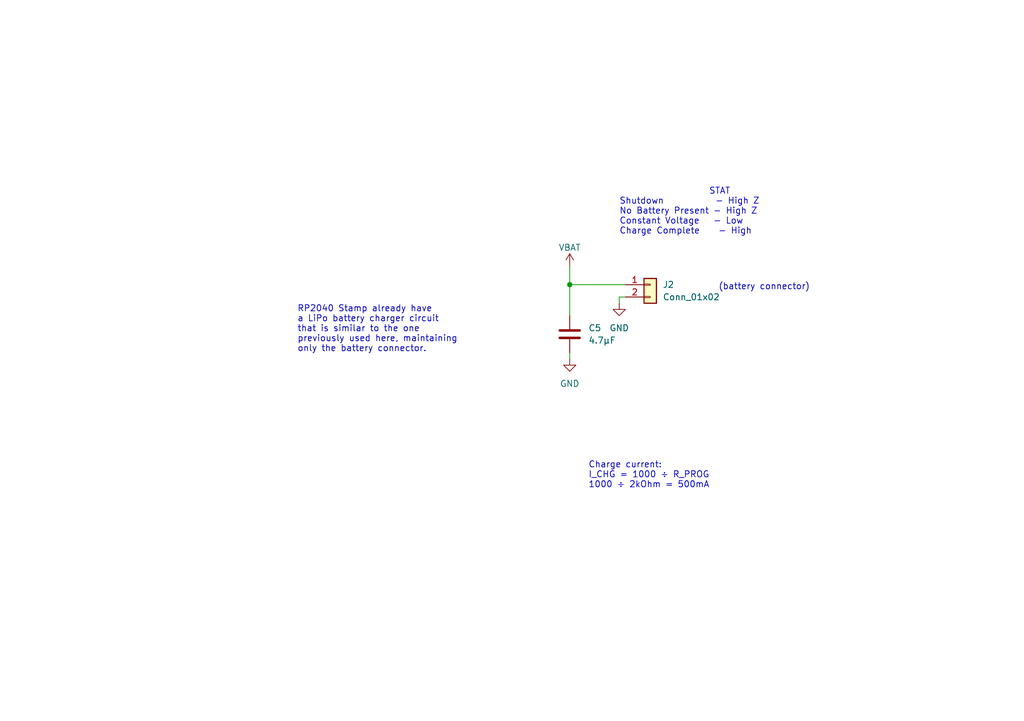
<source format=kicad_sch>
(kicad_sch (version 20230121) (generator eeschema)

  (uuid 70cf516d-f5c2-4d8c-b8e5-45eeb65b0f73)

  (paper "A5")

  (title_block
    (title "Open Source Machinist Calculator")
    (rev "Draft")
  )

  (lib_symbols
    (symbol "Connector_Generic:Conn_01x02" (pin_names (offset 1.016) hide) (in_bom yes) (on_board yes)
      (property "Reference" "J" (at 0 2.54 0)
        (effects (font (size 1.27 1.27)))
      )
      (property "Value" "Conn_01x02" (at 0 -5.08 0)
        (effects (font (size 1.27 1.27)))
      )
      (property "Footprint" "" (at 0 0 0)
        (effects (font (size 1.27 1.27)) hide)
      )
      (property "Datasheet" "~" (at 0 0 0)
        (effects (font (size 1.27 1.27)) hide)
      )
      (property "ki_keywords" "connector" (at 0 0 0)
        (effects (font (size 1.27 1.27)) hide)
      )
      (property "ki_description" "Generic connector, single row, 01x02, script generated (kicad-library-utils/schlib/autogen/connector/)" (at 0 0 0)
        (effects (font (size 1.27 1.27)) hide)
      )
      (property "ki_fp_filters" "Connector*:*_1x??_*" (at 0 0 0)
        (effects (font (size 1.27 1.27)) hide)
      )
      (symbol "Conn_01x02_1_1"
        (rectangle (start -1.27 -2.413) (end 0 -2.667)
          (stroke (width 0.1524) (type default))
          (fill (type none))
        )
        (rectangle (start -1.27 0.127) (end 0 -0.127)
          (stroke (width 0.1524) (type default))
          (fill (type none))
        )
        (rectangle (start -1.27 1.27) (end 1.27 -3.81)
          (stroke (width 0.254) (type default))
          (fill (type background))
        )
        (pin passive line (at -5.08 0 0) (length 3.81)
          (name "Pin_1" (effects (font (size 1.27 1.27))))
          (number "1" (effects (font (size 1.27 1.27))))
        )
        (pin passive line (at -5.08 -2.54 0) (length 3.81)
          (name "Pin_2" (effects (font (size 1.27 1.27))))
          (number "2" (effects (font (size 1.27 1.27))))
        )
      )
    )
    (symbol "Device:C" (pin_numbers hide) (pin_names (offset 0.254)) (in_bom yes) (on_board yes)
      (property "Reference" "C" (at 0.635 2.54 0)
        (effects (font (size 1.27 1.27)) (justify left))
      )
      (property "Value" "C" (at 0.635 -2.54 0)
        (effects (font (size 1.27 1.27)) (justify left))
      )
      (property "Footprint" "" (at 0.9652 -3.81 0)
        (effects (font (size 1.27 1.27)) hide)
      )
      (property "Datasheet" "~" (at 0 0 0)
        (effects (font (size 1.27 1.27)) hide)
      )
      (property "ki_keywords" "cap capacitor" (at 0 0 0)
        (effects (font (size 1.27 1.27)) hide)
      )
      (property "ki_description" "Unpolarized capacitor" (at 0 0 0)
        (effects (font (size 1.27 1.27)) hide)
      )
      (property "ki_fp_filters" "C_*" (at 0 0 0)
        (effects (font (size 1.27 1.27)) hide)
      )
      (symbol "C_0_1"
        (polyline
          (pts
            (xy -2.032 -0.762)
            (xy 2.032 -0.762)
          )
          (stroke (width 0.508) (type default))
          (fill (type none))
        )
        (polyline
          (pts
            (xy -2.032 0.762)
            (xy 2.032 0.762)
          )
          (stroke (width 0.508) (type default))
          (fill (type none))
        )
      )
      (symbol "C_1_1"
        (pin passive line (at 0 3.81 270) (length 2.794)
          (name "~" (effects (font (size 1.27 1.27))))
          (number "1" (effects (font (size 1.27 1.27))))
        )
        (pin passive line (at 0 -3.81 90) (length 2.794)
          (name "~" (effects (font (size 1.27 1.27))))
          (number "2" (effects (font (size 1.27 1.27))))
        )
      )
    )
    (symbol "power:GND" (power) (pin_names (offset 0)) (in_bom yes) (on_board yes)
      (property "Reference" "#PWR" (at 0 -6.35 0)
        (effects (font (size 1.27 1.27)) hide)
      )
      (property "Value" "GND" (at 0 -3.81 0)
        (effects (font (size 1.27 1.27)))
      )
      (property "Footprint" "" (at 0 0 0)
        (effects (font (size 1.27 1.27)) hide)
      )
      (property "Datasheet" "" (at 0 0 0)
        (effects (font (size 1.27 1.27)) hide)
      )
      (property "ki_keywords" "global power" (at 0 0 0)
        (effects (font (size 1.27 1.27)) hide)
      )
      (property "ki_description" "Power symbol creates a global label with name \"GND\" , ground" (at 0 0 0)
        (effects (font (size 1.27 1.27)) hide)
      )
      (symbol "GND_0_1"
        (polyline
          (pts
            (xy 0 0)
            (xy 0 -1.27)
            (xy 1.27 -1.27)
            (xy 0 -2.54)
            (xy -1.27 -1.27)
            (xy 0 -1.27)
          )
          (stroke (width 0) (type default))
          (fill (type none))
        )
      )
      (symbol "GND_1_1"
        (pin power_in line (at 0 0 270) (length 0) hide
          (name "GND" (effects (font (size 1.27 1.27))))
          (number "1" (effects (font (size 1.27 1.27))))
        )
      )
    )
    (symbol "power_extra:VBAT" (power) (pin_names (offset 0)) (in_bom yes) (on_board yes)
      (property "Reference" "#PWR" (at 0 -3.81 0)
        (effects (font (size 1.27 1.27)) hide)
      )
      (property "Value" "VBAT" (at 0 3.556 0)
        (effects (font (size 1.27 1.27)))
      )
      (property "Footprint" "" (at 0 0 0)
        (effects (font (size 1.27 1.27)) hide)
      )
      (property "Datasheet" "" (at 0 0 0)
        (effects (font (size 1.27 1.27)) hide)
      )
      (symbol "VBAT_0_1"
        (polyline
          (pts
            (xy -0.762 1.27)
            (xy 0 2.54)
          )
          (stroke (width 0) (type default))
          (fill (type none))
        )
        (polyline
          (pts
            (xy 0 0)
            (xy 0 2.54)
          )
          (stroke (width 0) (type default))
          (fill (type none))
        )
        (polyline
          (pts
            (xy 0 2.54)
            (xy 0.762 1.27)
          )
          (stroke (width 0) (type default))
          (fill (type none))
        )
      )
      (symbol "VBAT_1_1"
        (pin power_in line (at 0 0 90) (length 0) hide
          (name "VBAT" (effects (font (size 1.27 1.27))))
          (number "1" (effects (font (size 1.27 1.27))))
        )
      )
    )
  )

  (junction (at 116.84 58.42) (diameter 0) (color 0 0 0 0)
    (uuid 23cfcd80-ff1f-4078-bd1d-723d2cc519cf)
  )

  (wire (pts (xy 116.84 58.42) (xy 116.84 64.77))
    (stroke (width 0) (type default))
    (uuid 298538ac-f654-4cfd-a17e-160a24710844)
  )
  (wire (pts (xy 116.84 72.39) (xy 116.84 73.66))
    (stroke (width 0) (type default))
    (uuid 69a24aa3-a0dd-4bf2-9535-a962f654219b)
  )
  (wire (pts (xy 128.27 60.96) (xy 127 60.96))
    (stroke (width 0) (type default))
    (uuid 914a6253-0c40-400d-bd44-3bc0c1ac6380)
  )
  (wire (pts (xy 127 60.96) (xy 127 62.23))
    (stroke (width 0) (type default))
    (uuid 984c6a05-83b2-457a-8534-40eec1bb1784)
  )
  (wire (pts (xy 116.84 54.61) (xy 116.84 58.42))
    (stroke (width 0) (type default))
    (uuid d42eed8d-fc0b-4faa-a010-86d212f5b44d)
  )
  (wire (pts (xy 116.84 58.42) (xy 128.27 58.42))
    (stroke (width 0) (type default))
    (uuid f43ebfe8-3931-4bc5-b997-5b802715c741)
  )

  (text "(battery connector)" (at 147.32 59.69 0)
    (effects (font (size 1.27 1.27)) (justify left bottom))
    (uuid 2b1b9898-8e7e-428e-962f-a6f1c77a20ff)
  )
  (text "RP2040 Stamp already have\na LiPo battery charger circuit\nthat is similar to the one\npreviously used here, maintaining\nonly the battery connector."
    (at 60.96 72.39 0)
    (effects (font (size 1.27 1.27)) (justify left bottom))
    (uuid 3df7a495-ae15-4cc4-8d43-8eba0525d62e)
  )
  (text "                   STAT\nShutdown           - High Z\nNo Battery Present - High Z\nConstant Voltage   - Low\nCharge Complete    - High"
    (at 127 48.26 0)
    (effects (font (size 1.27 1.27)) (justify left bottom))
    (uuid a3a91376-725e-4d73-ba23-3070d23d9e5d)
  )
  (text "Charge current:\nI_CHG = 1000 ÷ R_PROG\n1000 ÷ 2kOhm = 500mA"
    (at 120.65 100.33 0)
    (effects (font (size 1.27 1.27)) (justify left bottom))
    (uuid bea32cb3-1b16-4413-a5fe-ce6d02b58c46)
  )

  (symbol (lib_id "Connector_Generic:Conn_01x02") (at 133.35 58.42 0) (unit 1)
    (in_bom yes) (on_board yes) (dnp no) (fields_autoplaced)
    (uuid 3e835fc9-11c0-4a0a-9319-49417b73b486)
    (property "Reference" "J2" (at 135.89 58.42 0)
      (effects (font (size 1.27 1.27)) (justify left))
    )
    (property "Value" "Conn_01x02" (at 135.89 60.96 0)
      (effects (font (size 1.27 1.27)) (justify left))
    )
    (property "Footprint" "Connector_JST:JST_PH_S2B-PH-K_1x02_P2.00mm_Horizontal" (at 133.35 58.42 0)
      (effects (font (size 1.27 1.27)) hide)
    )
    (property "Datasheet" "~" (at 133.35 58.42 0)
      (effects (font (size 1.27 1.27)) hide)
    )
    (pin "1" (uuid a93023d1-4380-4516-ac74-a79b924f4eba))
    (pin "2" (uuid 20e7ac98-f156-49d8-9fcd-b1f6f7a00cc8))
    (instances
      (project "Open_Machinist_Calculator"
        (path "/35282355-b5fa-4a34-be75-817e69674e40/33820843-56b0-4651-9bfe-61a3369618a0"
          (reference "J2") (unit 1)
        )
      )
    )
  )

  (symbol (lib_id "power_extra:VBAT") (at 116.84 54.61 0) (unit 1)
    (in_bom yes) (on_board yes) (dnp no)
    (uuid 57162d8b-508b-43e8-b01a-6550e95f8368)
    (property "Reference" "#PWR0135" (at 116.84 58.42 0)
      (effects (font (size 1.27 1.27)) hide)
    )
    (property "Value" "VBAT" (at 116.84 50.8 0)
      (effects (font (size 1.27 1.27)))
    )
    (property "Footprint" "" (at 116.84 54.61 0)
      (effects (font (size 1.27 1.27)) hide)
    )
    (property "Datasheet" "" (at 116.84 54.61 0)
      (effects (font (size 1.27 1.27)) hide)
    )
    (pin "1" (uuid e47989a7-93ef-4739-ac72-869fa4539761))
    (instances
      (project "Open_Machinist_Calculator"
        (path "/35282355-b5fa-4a34-be75-817e69674e40/77dec9d2-05b0-4317-ad32-ce64fb45d0cc"
          (reference "#PWR0135") (unit 1)
        )
        (path "/35282355-b5fa-4a34-be75-817e69674e40/33820843-56b0-4651-9bfe-61a3369618a0"
          (reference "#PWR022") (unit 1)
        )
      )
      (project ""
        (path "/872e912f-cc14-4edf-9f9a-f509de06f155"
          (reference "#PWR0135") (unit 1)
        )
      )
    )
  )

  (symbol (lib_id "power:GND") (at 127 62.23 0) (unit 1)
    (in_bom yes) (on_board yes) (dnp no) (fields_autoplaced)
    (uuid 725fdd42-fe53-4988-8392-99cce6471ca2)
    (property "Reference" "#PWR023" (at 127 68.58 0)
      (effects (font (size 1.27 1.27)) hide)
    )
    (property "Value" "GND" (at 127 67.31 0)
      (effects (font (size 1.27 1.27)))
    )
    (property "Footprint" "" (at 127 62.23 0)
      (effects (font (size 1.27 1.27)) hide)
    )
    (property "Datasheet" "" (at 127 62.23 0)
      (effects (font (size 1.27 1.27)) hide)
    )
    (pin "1" (uuid d50ad444-1326-4f3c-8a3f-bcc8042ecf14))
    (instances
      (project "Open_Machinist_Calculator"
        (path "/35282355-b5fa-4a34-be75-817e69674e40/33820843-56b0-4651-9bfe-61a3369618a0"
          (reference "#PWR023") (unit 1)
        )
      )
    )
  )

  (symbol (lib_id "Device:C") (at 116.84 68.58 0) (unit 1)
    (in_bom yes) (on_board yes) (dnp no) (fields_autoplaced)
    (uuid b929e58e-c6ba-4e43-852c-458322fe8cc8)
    (property "Reference" "C5" (at 120.65 67.31 0)
      (effects (font (size 1.27 1.27)) (justify left))
    )
    (property "Value" "4.7µF" (at 120.65 69.85 0)
      (effects (font (size 1.27 1.27)) (justify left))
    )
    (property "Footprint" "Capacitor_SMD:C_0805_2012Metric_Pad1.18x1.45mm_HandSolder" (at 117.8052 72.39 0)
      (effects (font (size 1.27 1.27)) hide)
    )
    (property "Datasheet" "~" (at 116.84 68.58 0)
      (effects (font (size 1.27 1.27)) hide)
    )
    (pin "1" (uuid 5324b97b-34c5-421f-a54c-49f215594b1a))
    (pin "2" (uuid 8e787307-77dd-4671-ac51-55f98d765837))
    (instances
      (project "Open_Machinist_Calculator"
        (path "/35282355-b5fa-4a34-be75-817e69674e40/33820843-56b0-4651-9bfe-61a3369618a0"
          (reference "C5") (unit 1)
        )
      )
    )
  )

  (symbol (lib_id "power:GND") (at 116.84 73.66 0) (unit 1)
    (in_bom yes) (on_board yes) (dnp no) (fields_autoplaced)
    (uuid fc838b8a-8ec6-4b76-84f3-35e5211fd79f)
    (property "Reference" "#PWR024" (at 116.84 80.01 0)
      (effects (font (size 1.27 1.27)) hide)
    )
    (property "Value" "GND" (at 116.84 78.74 0)
      (effects (font (size 1.27 1.27)))
    )
    (property "Footprint" "" (at 116.84 73.66 0)
      (effects (font (size 1.27 1.27)) hide)
    )
    (property "Datasheet" "" (at 116.84 73.66 0)
      (effects (font (size 1.27 1.27)) hide)
    )
    (pin "1" (uuid 13ab53bf-40df-42d0-b83a-fe9cadf0a56a))
    (instances
      (project "Open_Machinist_Calculator"
        (path "/35282355-b5fa-4a34-be75-817e69674e40/33820843-56b0-4651-9bfe-61a3369618a0"
          (reference "#PWR024") (unit 1)
        )
      )
    )
  )
)

</source>
